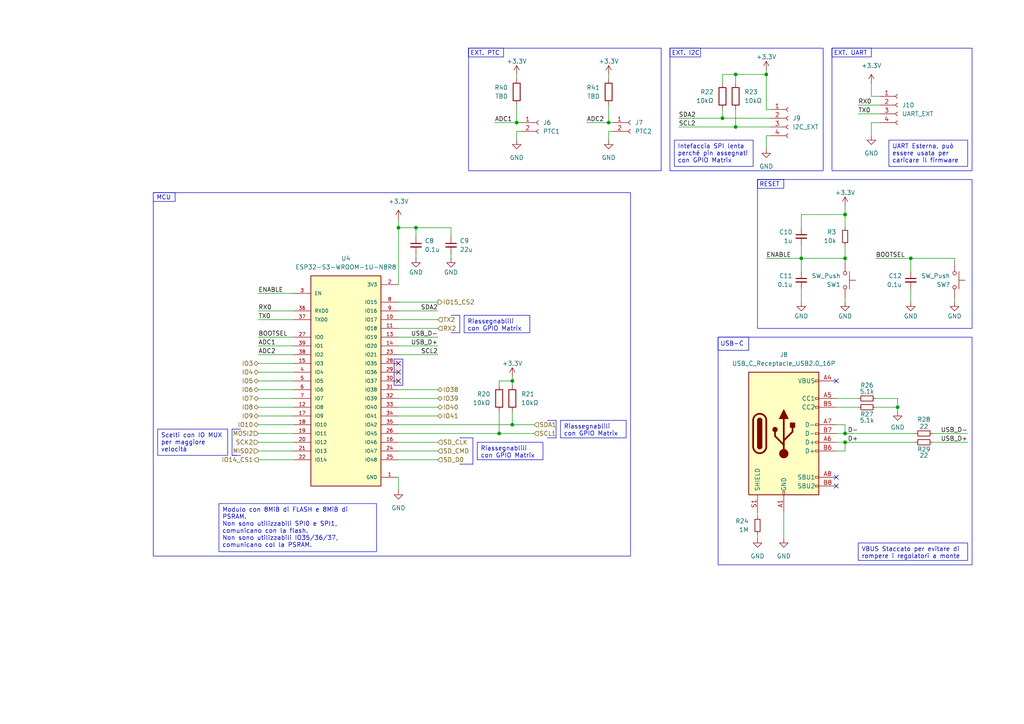
<source format=kicad_sch>
(kicad_sch (version 20250114) (generator "eeschema") (generator_version "9.0")
  (paper "A4")
  (lib_symbols
    (symbol "Connector:Conn_01x02_Socket" (pin_names (offset 1.016) (hide yes))
      (property "Reference" "J" (at 0 2.54 0))
      (property "Value" "Conn_01x02_Socket" (at 0 -5.08 0))
      (symbol "Conn_01x02_Socket_1_1"
        (polyline (pts (xy -1.27 0) (xy -0.508 0)) (stroke (width 0.1524)))
        (polyline (pts (xy -1.27 -2.54) (xy -0.508 -2.54)) (stroke (width 0.1524)))
        (arc (start 0 -0.508) (mid -0.5058 0) (end 0 0.508) (stroke (width 0.1524)))
        (arc (start 0 -3.048) (mid -0.5058 -2.54) (end 0 -2.032) (stroke (width 0.1524)))
        (pin passive line (at -5.08 0 0) (length 3.81) (name "Pin_1") (number "1"))
        (pin passive line (at -5.08 -2.54 0) (length 3.81) (name "Pin_2") (number "2"))
      )
    )
    (symbol "Connector:Conn_01x04_Socket" (pin_names (offset 1.016) (hide yes))
      (property "Reference" "J" (at 0 5.08 0))
      (property "Value" "Conn_01x04_Socket" (at 0 -7.62 0))
      (symbol "Conn_01x04_Socket_1_1"
        (polyline (pts (xy -1.27 2.54) (xy -0.508 2.54)) (stroke (width 0.1524)))
        (polyline (pts (xy -1.27 0) (xy -0.508 0)) (stroke (width 0.1524)))
        (polyline (pts (xy -1.27 -2.54) (xy -0.508 -2.54)) (stroke (width 0.1524)))
        (polyline (pts (xy -1.27 -5.08) (xy -0.508 -5.08)) (stroke (width 0.1524)))
        (arc (start 0 2.032) (mid -0.5058 2.54) (end 0 3.048) (stroke (width 0.1524)))
        (arc (start 0 -0.508) (mid -0.5058 0) (end 0 0.508) (stroke (width 0.1524)))
        (arc (start 0 -3.048) (mid -0.5058 -2.54) (end 0 -2.032) (stroke (width 0.1524)))
        (arc (start 0 -5.588) (mid -0.5058 -5.08) (end 0 -4.572) (stroke (width 0.1524)))
        (pin passive line (at -5.08 2.54 0) (length 3.81) (name "Pin_1") (number "1"))
        (pin passive line (at -5.08 0 0) (length 3.81) (name "Pin_2") (number "2"))
        (pin passive line (at -5.08 -2.54 0) (length 3.81) (name "Pin_3") (number "3"))
        (pin passive line (at -5.08 -5.08 0) (length 3.81) (name "Pin_4") (number "4"))
      )
    )
    (symbol "Connector:USB_C_Receptacle_USB2.0_16P" (pin_names (offset 1.016))
      (property "Reference" "J" (at 0 22.225 0))
      (property "Value" "USB_C_Receptacle_USB2.0_16P" (at 0 19.685 0))
      (symbol "USB_C_Receptacle_USB2.0_16P_0_0"
        (rectangle (start -0.254 -17.78) (end 0.254 -16.764))
        (rectangle (start 10.16 15.494) (end 9.144 14.986))
        (rectangle (start 10.16 10.414) (end 9.144 9.906))
        (rectangle (start 10.16 7.874) (end 9.144 7.366))
        (rectangle (start 10.16 2.794) (end 9.144 2.286))
        (rectangle (start 10.16 0.254) (end 9.144 -0.254))
        (rectangle (start 10.16 -2.286) (end 9.144 -2.794))
        (rectangle (start 10.16 -4.826) (end 9.144 -5.334))
        (rectangle (start 10.16 -12.446) (end 9.144 -12.954))
        (rectangle (start 10.16 -14.986) (end 9.144 -15.494))
      )
      (symbol "USB_C_Receptacle_USB2.0_16P_0_1"
        (rectangle (start -10.16 17.78) (end 10.16 -17.78) (stroke (width 0.254)) (fill (type background)))
        (polyline (pts (xy -8.89 -3.81) (xy -8.89 3.81)) (stroke (width 0.508)))
        (rectangle (start -7.62 -3.81) (end -6.35 3.81) (stroke (width 0.254)) (fill (type outline)))
        (arc (start -7.62 3.81) (mid -6.985 4.4423) (end -6.35 3.81) (stroke (width 0.254)))
        (arc (start -7.62 3.81) (mid -6.985 4.4423) (end -6.35 3.81) (stroke (width 0.254)) (fill (type outline)))
        (arc (start -8.89 3.81) (mid -6.985 5.7067) (end -5.08 3.81) (stroke (width 0.508)))
        (arc (start -5.08 -3.81) (mid -6.985 -5.7067) (end -8.89 -3.81) (stroke (width 0.508)))
        (arc (start -6.35 -3.81) (mid -6.985 -4.4423) (end -7.62 -3.81) (stroke (width 0.254)))
        (arc (start -6.35 -3.81) (mid -6.985 -4.4423) (end -7.62 -3.81) (stroke (width 0.254)) (fill (type outline)))
        (polyline (pts (xy -5.08 3.81) (xy -5.08 -3.81)) (stroke (width 0.508)))
        (circle (center -2.54 1.143) (radius 0.635) (stroke (width 0.254)) (fill (type outline)))
        (polyline (pts (xy -1.27 4.318) (xy 0 6.858) (xy 1.27 4.318) (xy -1.27 4.318)) (stroke (width 0.254)) (fill (type outline)))
        (polyline (pts (xy 0 -2.032) (xy 2.54 0.508) (xy 2.54 1.778)) (stroke (width 0.508)))
        (polyline (pts (xy 0 -3.302) (xy -2.54 -0.762) (xy -2.54 0.508)) (stroke (width 0.508)))
        (polyline (pts (xy 0 -5.842) (xy 0 4.318)) (stroke (width 0.508)))
        (circle (center 0 -5.842) (radius 1.27) (fill (type outline)))
        (rectangle (start 1.905 1.778) (end 3.175 3.048) (stroke (width 0.254)) (fill (type outline)))
      )
      (symbol "USB_C_Receptacle_USB2.0_16P_1_1"
        (pin passive line (at -7.62 -22.86 90) (length 5.08) (name "SHIELD") (number "S1"))
        (pin passive line (at 0 -22.86 90) (length 5.08) (name "GND") (number "A1"))
        (pin passive line (at 0 -22.86 90) (length 5.08) (hide yes) (name "GND") (number "A12"))
        (pin passive line (at 0 -22.86 90) (length 5.08) (hide yes) (name "GND") (number "B1"))
        (pin passive line (at 0 -22.86 90) (length 5.08) (hide yes) (name "GND") (number "B12"))
        (pin passive line (at 15.24 15.24 180) (length 5.08) (name "VBUS") (number "A4"))
        (pin passive line (at 15.24 15.24 180) (length 5.08) (hide yes) (name "VBUS") (number "A9"))
        (pin passive line (at 15.24 15.24 180) (length 5.08) (hide yes) (name "VBUS") (number "B4"))
        (pin passive line (at 15.24 15.24 180) (length 5.08) (hide yes) (name "VBUS") (number "B9"))
        (pin bidirectional line (at 15.24 10.16 180) (length 5.08) (name "CC1") (number "A5"))
        (pin bidirectional line (at 15.24 7.62 180) (length 5.08) (name "CC2") (number "B5"))
        (pin bidirectional line (at 15.24 2.54 180) (length 5.08) (name "D-") (number "A7"))
        (pin bidirectional line (at 15.24 0 180) (length 5.08) (name "D-") (number "B7"))
        (pin bidirectional line (at 15.24 -2.54 180) (length 5.08) (name "D+") (number "A6"))
        (pin bidirectional line (at 15.24 -5.08 180) (length 5.08) (name "D+") (number "B6"))
        (pin bidirectional line (at 15.24 -12.7 180) (length 5.08) (name "SBU1") (number "A8"))
        (pin bidirectional line (at 15.24 -15.24 180) (length 5.08) (name "SBU2") (number "B8"))
      )
    )
    (symbol "Device:C_Small" (pin_numbers (hide yes)) (pin_names (offset 0.254) (hide yes))
      (property "Reference" "C" (at 0.254 1.778 0))
      (property "Value" "C_Small" (at 0.254 -2.032 0))
      (symbol "C_Small_0_1"
        (polyline (pts (xy -1.524 0.508) (xy 1.524 0.508)) (stroke (width 0.3048)))
        (polyline (pts (xy -1.524 -0.508) (xy 1.524 -0.508)) (stroke (width 0.3302)))
      )
      (symbol "C_Small_1_1"
        (pin passive line (at 0 2.54 270) (length 2.032) (name "~") (number "1"))
        (pin passive line (at 0 -2.54 90) (length 2.032) (name "~") (number "2"))
      )
    )
    (symbol "Device:R" (pin_numbers (hide yes)) (pin_names (offset 0))
      (property "Reference" "R" (at 2.032 0 90))
      (property "Value" "R" (at 0 0 90))
      (symbol "R_0_1"
        (rectangle (start -1.016 -2.54) (end 1.016 2.54) (stroke (width 0.254)))
      )
      (symbol "R_1_1"
        (pin passive line (at 0 3.81 270) (length 1.27) (name "~") (number "1"))
        (pin passive line (at 0 -3.81 90) (length 1.27) (name "~") (number "2"))
      )
    )
    (symbol "Device:R_Small" (pin_numbers (hide yes)) (pin_names (offset 0.254) (hide yes))
      (property "Reference" "R" (at 0 0 90))
      (property "Value" "R_Small" (at 1.778 0 90))
      (symbol "R_Small_0_1"
        (rectangle (start -0.762 1.778) (end 0.762 -1.778) (stroke (width 0.2032)))
      )
      (symbol "R_Small_1_1"
        (pin passive line (at 0 2.54 270) (length 0.762) (name "~") (number "1"))
        (pin passive line (at 0 -2.54 90) (length 0.762) (name "~") (number "2"))
      )
    )
    (symbol "ESP32-S3-WROOM-1U-N8R8_1" (pin_names (offset 1.016))
      (property "Reference" "U" (at -10.16 31.242 0))
      (property "Value" "ESP32-S3-WROOM-1U-N8R8" (at -10.16 -33.02 0))
      (symbol "ESP32-S3-WROOM-1U-N8R8_1_0_0"
        (rectangle (start -10.16 -30.48) (end 10.16 30.48) (stroke (width 0.254)) (fill (type background)))
        (pin input line (at -15.24 25.4 0) (length 5.08) (name "EN") (number "3"))
        (pin bidirectional line (at -15.24 20.32 0) (length 5.08) (name "RXD0") (number "36"))
        (pin bidirectional line (at -15.24 17.78 0) (length 5.08) (name "TXD0") (number "37"))
        (pin bidirectional line (at -15.24 12.7 0) (length 5.08) (name "IO0") (number "27"))
        (pin bidirectional line (at -15.24 10.16 0) (length 5.08) (name "IO1") (number "39"))
        (pin bidirectional line (at -15.24 7.62 0) (length 5.08) (name "IO2") (number "38"))
        (pin bidirectional line (at -15.24 5.08 0) (length 5.08) (name "IO3") (number "15"))
        (pin bidirectional line (at -15.24 2.54 0) (length 5.08) (name "IO4") (number "4"))
        (pin bidirectional line (at -15.24 0 0) (length 5.08) (name "IO5") (number "5"))
        (pin bidirectional line (at -15.24 -2.54 0) (length 5.08) (name "IO6") (number "6"))
        (pin bidirectional line (at -15.24 -5.08 0) (length 5.08) (name "IO7") (number "7"))
        (pin bidirectional line (at -15.24 -7.62 0) (length 5.08) (name "IO8") (number "12"))
        (pin bidirectional line (at -15.24 -10.16 0) (length 5.08) (name "IO9") (number "17"))
        (pin bidirectional line (at -15.24 -12.7 0) (length 5.08) (name "IO10") (number "18"))
        (pin bidirectional line (at -15.24 -15.24 0) (length 5.08) (name "IO11") (number "19"))
        (pin bidirectional line (at -15.24 -17.78 0) (length 5.08) (name "IO12") (number "20"))
        (pin bidirectional line (at -15.24 -20.32 0) (length 5.08) (name "IO13") (number "21"))
        (pin bidirectional line (at -15.24 -22.86 0) (length 5.08) (name "IO14") (number "22"))
        (pin power_in line (at 15.24 27.94 180) (length 5.08) (name "3V3") (number "2"))
        (pin bidirectional line (at 15.24 22.86 180) (length 5.08) (name "IO15") (number "8"))
        (pin bidirectional line (at 15.24 20.32 180) (length 5.08) (name "IO16") (number "9"))
        (pin bidirectional line (at 15.24 17.78 180) (length 5.08) (name "IO17") (number "10"))
        (pin bidirectional line (at 15.24 15.24 180) (length 5.08) (name "IO18") (number "11"))
        (pin bidirectional line (at 15.24 12.7 180) (length 5.08) (name "IO19") (number "13"))
        (pin bidirectional line (at 15.24 10.16 180) (length 5.08) (name "IO20") (number "14"))
        (pin bidirectional line (at 15.24 7.62 180) (length 5.08) (name "IO21") (number "23"))
        (pin bidirectional line (at 15.24 5.08 180) (length 5.08) (name "IO35") (number "28"))
        (pin bidirectional line (at 15.24 2.54 180) (length 5.08) (name "IO36") (number "29"))
        (pin bidirectional line (at 15.24 0 180) (length 5.08) (name "IO37") (number "30"))
        (pin bidirectional line (at 15.24 -2.54 180) (length 5.08) (name "IO38") (number "31"))
        (pin bidirectional line (at 15.24 -5.08 180) (length 5.08) (name "IO39") (number "32"))
        (pin bidirectional line (at 15.24 -7.62 180) (length 5.08) (name "IO40") (number "33"))
        (pin bidirectional line (at 15.24 -10.16 180) (length 5.08) (name "IO41") (number "34"))
        (pin bidirectional line (at 15.24 -12.7 180) (length 5.08) (name "IO42") (number "35"))
        (pin bidirectional line (at 15.24 -15.24 180) (length 5.08) (name "IO45") (number "26"))
        (pin bidirectional line (at 15.24 -17.78 180) (length 5.08) (name "IO46") (number "16"))
        (pin bidirectional line (at 15.24 -20.32 180) (length 5.08) (name "IO47") (number "24"))
        (pin bidirectional line (at 15.24 -22.86 180) (length 5.08) (name "IO48") (number "25"))
        (pin power_in line (at 15.24 -27.94 180) (length 5.08) (name "GND") (number "1"))
        (pin power_in line (at 15.24 -27.94 180) (length 5.08) (hide yes) (name "GND") (number "40"))
        (pin power_in line (at 15.24 -27.94 180) (length 5.08) (hide yes) (name "GND") (number "41_1"))
        (pin power_in line (at 15.24 -27.94 180) (length 5.08) (hide yes) (name "GND") (number "41_2"))
        (pin power_in line (at 15.24 -27.94 180) (length 5.08) (hide yes) (name "GND") (number "41_3"))
        (pin power_in line (at 15.24 -27.94 180) (length 5.08) (hide yes) (name "GND") (number "41_4"))
        (pin power_in line (at 15.24 -27.94 180) (length 5.08) (hide yes) (name "GND") (number "41_5"))
        (pin power_in line (at 15.24 -27.94 180) (length 5.08) (hide yes) (name "GND") (number "41_6"))
        (pin power_in line (at 15.24 -27.94 180) (length 5.08) (hide yes) (name "GND") (number "41_7"))
        (pin power_in line (at 15.24 -27.94 180) (length 5.08) (hide yes) (name "GND") (number "41_8"))
        (pin power_in line (at 15.24 -27.94 180) (length 5.08) (hide yes) (name "GND") (number "41_9"))
      )
    )
    (symbol "Switch:SW_Push" (pin_numbers (hide yes)) (pin_names (offset 1.016) (hide yes))
      (property "Reference" "SW" (at 1.27 2.54 0))
      (property "Value" "SW_Push" (at 0 -1.524 0))
      (symbol "SW_Push_0_1"
        (circle (center -2.032 0) (radius 0.508))
        (polyline (pts (xy 0 1.27) (xy 0 3.048)))
        (circle (center 2.032 0) (radius 0.508))
        (polyline (pts (xy 2.54 1.27) (xy -2.54 1.27)))
        (pin passive line (at -5.08 0 0) (length 2.54) (name "1") (number "1"))
        (pin passive line (at 5.08 0 180) (length 2.54) (name "2") (number "2"))
      )
    )
    (symbol "power:+3.3V" (power) (pin_numbers (hide yes)) (pin_names (offset 0) (hide yes))
      (property "Value" "+3.3V" (at 0 3.556 0))
      (symbol "+3.3V_0_1"
        (polyline (pts (xy -0.762 1.27) (xy 0 2.54)))
        (polyline (pts (xy 0 2.54) (xy 0.762 1.27)))
        (polyline (pts (xy 0 0) (xy 0 2.54)))
      )
      (symbol "+3.3V_1_1"
        (pin power_in line (at 0 0 90) (length 0) (name "~") (number "1"))
      )
    )
    (symbol "power:GND" (power) (pin_numbers (hide yes)) (pin_names (offset 0) (hide yes))
      (property "Value" "GND" (at 0 -3.81 0))
      (symbol "GND_0_1"
        (polyline (pts (xy 0 0) (xy 0 -1.27) (xy 1.27 -1.27) (xy 0 -2.54) (xy -1.27 -1.27) (xy 0 -1.27)))
      )
      (symbol "GND_1_1"
        (pin power_in line (at 0 0 270) (length 0) (name "~") (number "1"))
      )
    )
  )
  (rectangle (start 135.89 13.97) (end 146.05 16.51))
  (rectangle (start 241.3 13.97) (end 252.73 16.51))
  (rectangle (start 194.31 13.97) (end 203.2 16.51))
  (rectangle (start 135.89 13.97) (end 191.77 49.53))
  (rectangle (start 44.45 55.88) (end 182.88 161.29))
  (rectangle (start 241.3 13.97) (end 281.94 49.53))
  (rectangle (start 219.71 52.07) (end 227.33 54.61))
  (rectangle (start 219.71 52.07) (end 281.94 95.25))
  (rectangle (start 194.31 13.97) (end 238.76 49.53))
  (rectangle (start 208.28 97.79) (end 281.94 163.83))
  (rectangle (start 208.28 97.79) (end 217.17 101.6))
  (rectangle (start 114.3 104.14) (end 116.84 111.76) (fill (type color) (color 204 102 0 0.15)))
  (rectangle (start 44.45 55.88) (end 50.8 58.42))
  (text "RESET" (at 220.218 53.594 0) (effects (font (size 1.27 1.27)) (justify left)))
  (text "EXT. I2C" (at 194.818 15.494 0) (effects (font (size 1.27 1.27)) (justify left)))
  (text "USB-C" (at 212.344 99.822 0) (effects (font (size 1.27 1.27))))
  (text "MCU" (at 47.498 57.404 0) (effects (font (size 1.27 1.27))))
  (text "EXT. UART" (at 241.808 15.494 0) (effects (font (size 1.27 1.27)) (justify left)))
  (text "EXT. PTC" (at 136.398 15.494 0) (effects (font (size 1.27 1.27)) (justify left)))
  (text_box "UART Esterna, può essere usata per caricare il firmware" (at 257.81 40.64 0) (size 22.86 7.62) (margins 0.9525 0.9525 0.9525 0.9525) (effects (font (size 1.27 1.27)) (justify left top)))
  (text_box "VBUS Staccato per evitare di rompere i regolatori a monte\n" (at 248.92 157.48 0) (size 31.75 5.08) (margins 0.9525 0.9525 0.9525 0.9525) (effects (font (size 1.27 1.27)) (justify left top)))
  (text_box "Riassegnablili con GPIO Matrix" (at 134.62 91.44 0) (size 19.05 5.08) (margins 0.9525 0.9525 0.9525 0.9525) (effects (font (size 1.27 1.27)) (justify left top)))
  (text_box "Intefaccia SPI lenta perché pin assegnati con GPIO Matrix" (at 195.58 40.64 0) (size 22.86 7.62) (margins 0.9525 0.9525 0.9525 0.9525) (effects (font (size 1.27 1.27)) (justify left top)))
  (text_box "Riassegnablili con GPIO Matrix" (at 162.56 121.92 0) (size 19.05 5.08) (margins 0.9525 0.9525 0.9525 0.9525) (effects (font (size 1.27 1.27)) (justify left top)))
  (text_box "Scelti con IO MUX per maggiore velocità" (at 45.72 124.46 0) (size 20.32 7.62) (margins 0.9525 0.9525 0.9525 0.9525) (effects (font (size 1.27 1.27)) (justify left top)))
  (text_box "Riassegnablili con GPIO Matrix" (at 138.43 128.27 0) (size 19.05 5.08) (margins 0.9525 0.9525 0.9525 0.9525) (effects (font (size 1.27 1.27)) (justify left top)))
  (text_box "Modulo con 8MiB di FLASH e 8MiB di PSRAM.\nNon sono utilizzabili SPI0 e SPI1, comunicano con la flash.\nNon sono utilizzabili IO35/36/37, comunicano col la PSRAM.\n" (at 63.5 146.05 0) (size 45.72 13.97) (margins 0.9525 0.9525 0.9525 0.9525) (effects (font (size 1.27 1.27)) (justify left top)))
  (junction (at 264.16 74.93))
  (junction (at 232.41 74.93))
  (junction (at 115.57 66.04))
  (junction (at 149.86 35.56))
  (junction (at 176.53 35.56))
  (junction (at 209.55 34.29))
  (junction (at 213.36 36.83))
  (junction (at 148.59 110.49))
  (junction (at 148.59 123.19))
  (junction (at 245.11 128.27))
  (junction (at 213.36 21.59))
  (junction (at 245.11 62.23))
  (junction (at 260.35 118.11))
  (junction (at 120.65 66.04))
  (junction (at 222.25 21.59))
  (junction (at 245.11 74.93))
  (junction (at 144.78 125.73))
  (junction (at 245.11 125.73))
  (no_connect (at 242.57 110.49))
  (no_connect (at 115.57 110.49))
  (no_connect (at 115.57 105.41))
  (no_connect (at 242.57 138.43))
  (no_connect (at 115.57 107.95))
  (no_connect (at 242.57 140.97))
  (wire (pts (xy 130.81 74.93) (xy 130.81 73.66)))
  (wire (pts (xy 74.93 107.95) (xy 85.09 107.95)))
  (wire (pts (xy 222.25 74.93) (xy 232.41 74.93)))
  (wire (pts (xy 74.93 90.17) (xy 85.09 90.17)))
  (polyline (pts (xy 133.35 134.62) (xy 137.16 134.62)))
  (wire (pts (xy 213.36 21.59) (xy 222.25 21.59)))
  (wire (pts (xy 115.57 125.73) (xy 144.78 125.73)))
  (wire (pts (xy 149.86 30.48) (xy 149.86 35.56)))
  (wire (pts (xy 176.53 38.1) (xy 177.8 38.1)))
  (wire (pts (xy 245.11 62.23) (xy 245.11 66.04)))
  (wire (pts (xy 245.11 125.73) (xy 265.43 125.73)))
  (wire (pts (xy 115.57 120.65) (xy 127 120.65)))
  (wire (pts (xy 115.57 95.25) (xy 127 95.25)))
  (wire (pts (xy 252.73 35.56) (xy 252.73 39.37)))
  (wire (pts (xy 176.53 30.48) (xy 176.53 35.56)))
  (polyline (pts (xy 130.81 91.44) (xy 133.35 91.44)))
  (wire (pts (xy 232.41 74.93) (xy 232.41 78.74)))
  (wire (pts (xy 232.41 62.23) (xy 245.11 62.23)))
  (wire (pts (xy 222.25 21.59) (xy 222.25 20.32)))
  (wire (pts (xy 127 87.63) (xy 115.57 87.63)))
  (wire (pts (xy 149.86 38.1) (xy 149.86 40.64)))
  (wire (pts (xy 213.36 31.75) (xy 213.36 36.83)))
  (wire (pts (xy 245.11 125.73) (xy 245.11 123.19)))
  (wire (pts (xy 242.57 118.11) (xy 248.92 118.11)))
  (wire (pts (xy 74.93 118.11) (xy 85.09 118.11)))
  (wire (pts (xy 222.25 39.37) (xy 222.25 43.18)))
  (wire (pts (xy 176.53 38.1) (xy 176.53 40.64)))
  (wire (pts (xy 115.57 113.03) (xy 127 113.03)))
  (wire (pts (xy 148.59 110.49) (xy 148.59 111.76)))
  (polyline (pts (xy 130.81 96.52) (xy 133.35 96.52)))
  (wire (pts (xy 255.27 27.94) (xy 252.73 27.94)))
  (wire (pts (xy 232.41 71.12) (xy 232.41 74.93)))
  (wire (pts (xy 74.93 110.49) (xy 85.09 110.49)))
  (wire (pts (xy 176.53 35.56) (xy 177.8 35.56)))
  (wire (pts (xy 144.78 110.49) (xy 144.78 111.76)))
  (wire (pts (xy 254 118.11) (xy 260.35 118.11)))
  (wire (pts (xy 252.73 24.13) (xy 252.73 27.94)))
  (wire (pts (xy 248.92 30.48) (xy 255.27 30.48)))
  (wire (pts (xy 276.86 87.63) (xy 276.86 86.36)))
  (wire (pts (xy 120.65 74.93) (xy 120.65 73.66)))
  (wire (pts (xy 74.93 123.19) (xy 85.09 123.19)))
  (wire (pts (xy 245.11 123.19) (xy 242.57 123.19)))
  (wire (pts (xy 222.25 31.75) (xy 222.25 21.59)))
  (wire (pts (xy 74.93 130.81) (xy 85.09 130.81)))
  (wire (pts (xy 242.57 125.73) (xy 245.11 125.73)))
  (wire (pts (xy 213.36 21.59) (xy 213.36 24.13)))
  (wire (pts (xy 74.93 100.33) (xy 85.09 100.33)))
  (polyline (pts (xy 68.58 132.08) (xy 69.85 132.08)))
  (wire (pts (xy 219.71 154.94) (xy 219.71 156.21)))
  (wire (pts (xy 232.41 66.04) (xy 232.41 62.23)))
  (wire (pts (xy 245.11 74.93) (xy 245.11 76.2)))
  (polyline (pts (xy 137.16 127) (xy 137.16 134.62)))
  (wire (pts (xy 120.65 66.04) (xy 130.81 66.04)))
  (wire (pts (xy 242.57 115.57) (xy 248.92 115.57)))
  (polyline (pts (xy 68.58 124.46) (xy 67.31 124.46)))
  (wire (pts (xy 260.35 115.57) (xy 260.35 118.11)))
  (wire (pts (xy 115.57 92.71) (xy 127 92.71)))
  (wire (pts (xy 245.11 71.12) (xy 245.11 74.93)))
  (wire (pts (xy 209.55 21.59) (xy 209.55 24.13)))
  (wire (pts (xy 74.93 115.57) (xy 85.09 115.57)))
  (wire (pts (xy 115.57 130.81) (xy 127 130.81)))
  (wire (pts (xy 115.57 123.19) (xy 148.59 123.19)))
  (wire (pts (xy 170.18 35.56) (xy 176.53 35.56)))
  (wire (pts (xy 264.16 74.93) (xy 276.86 74.93)))
  (wire (pts (xy 115.57 90.17) (xy 127 90.17)))
  (wire (pts (xy 255.27 35.56) (xy 252.73 35.56)))
  (wire (pts (xy 245.11 128.27) (xy 242.57 128.27)))
  (wire (pts (xy 74.93 85.09) (xy 85.09 85.09)))
  (wire (pts (xy 148.59 123.19) (xy 154.94 123.19)))
  (wire (pts (xy 196.85 34.29) (xy 209.55 34.29)))
  (wire (pts (xy 115.57 115.57) (xy 127 115.57)))
  (wire (pts (xy 219.71 149.86) (xy 219.71 148.59)))
  (polyline (pts (xy 67.31 132.08) (xy 68.58 132.08)))
  (wire (pts (xy 144.78 125.73) (xy 154.94 125.73)))
  (wire (pts (xy 148.59 110.49) (xy 144.78 110.49)))
  (wire (pts (xy 260.35 118.11) (xy 260.35 119.38)))
  (polyline (pts (xy 158.75 121.92) (xy 161.29 121.92)))
  (wire (pts (xy 74.93 102.87) (xy 85.09 102.87)))
  (wire (pts (xy 254 115.57) (xy 260.35 115.57)))
  (wire (pts (xy 148.59 109.22) (xy 148.59 110.49)))
  (wire (pts (xy 223.52 39.37) (xy 222.25 39.37)))
  (wire (pts (xy 74.93 125.73) (xy 85.09 125.73)))
  (wire (pts (xy 276.86 74.93) (xy 276.86 76.2)))
  (wire (pts (xy 196.85 36.83) (xy 213.36 36.83)))
  (wire (pts (xy 264.16 74.93) (xy 264.16 78.74)))
  (wire (pts (xy 115.57 66.04) (xy 120.65 66.04)))
  (wire (pts (xy 223.52 31.75) (xy 222.25 31.75)))
  (wire (pts (xy 227.33 148.59) (xy 227.33 156.21)))
  (wire (pts (xy 232.41 83.82) (xy 232.41 87.63)))
  (wire (pts (xy 74.93 128.27) (xy 85.09 128.27)))
  (wire (pts (xy 115.57 66.04) (xy 115.57 63.5)))
  (wire (pts (xy 245.11 59.69) (xy 245.11 62.23)))
  (wire (pts (xy 242.57 130.81) (xy 245.11 130.81)))
  (wire (pts (xy 148.59 119.38) (xy 148.59 123.19)))
  (wire (pts (xy 74.93 120.65) (xy 85.09 120.65)))
  (wire (pts (xy 85.09 97.79) (xy 74.93 97.79)))
  (wire (pts (xy 115.57 100.33) (xy 127 100.33)))
  (wire (pts (xy 245.11 87.63) (xy 245.11 86.36)))
  (polyline (pts (xy 67.31 132.08) (xy 68.58 132.08)))
  (wire (pts (xy 264.16 83.82) (xy 264.16 87.63)))
  (polyline (pts (xy 67.31 124.46) (xy 67.31 132.08)))
  (wire (pts (xy 270.51 125.73) (xy 280.67 125.73)))
  (wire (pts (xy 74.93 133.35) (xy 85.09 133.35)))
  (wire (pts (xy 115.57 97.79) (xy 127 97.79)))
  (wire (pts (xy 115.57 138.43) (xy 115.57 142.24)))
  (wire (pts (xy 209.55 34.29) (xy 223.52 34.29)))
  (wire (pts (xy 115.57 118.11) (xy 127 118.11)))
  (wire (pts (xy 213.36 36.83) (xy 223.52 36.83)))
  (wire (pts (xy 209.55 31.75) (xy 209.55 34.29)))
  (polyline (pts (xy 68.58 124.46) (xy 69.85 124.46)))
  (wire (pts (xy 130.81 68.58) (xy 130.81 66.04)))
  (wire (pts (xy 143.51 35.56) (xy 149.86 35.56)))
  (wire (pts (xy 254 74.93) (xy 264.16 74.93)))
  (wire (pts (xy 248.92 33.02) (xy 255.27 33.02)))
  (wire (pts (xy 176.53 21.59) (xy 176.53 22.86)))
  (wire (pts (xy 245.11 130.81) (xy 245.11 128.27)))
  (wire (pts (xy 115.57 133.35) (xy 127 133.35)))
  (wire (pts (xy 270.51 128.27) (xy 280.67 128.27)))
  (wire (pts (xy 232.41 74.93) (xy 245.11 74.93)))
  (wire (pts (xy 115.57 102.87) (xy 127 102.87)))
  (polyline (pts (xy 133.35 91.44) (xy 133.35 96.52)))
  (wire (pts (xy 115.57 128.27) (xy 127 128.27)))
  (wire (pts (xy 245.11 128.27) (xy 265.43 128.27)))
  (wire (pts (xy 149.86 35.56) (xy 151.13 35.56)))
  (wire (pts (xy 74.93 92.71) (xy 85.09 92.71)))
  (polyline (pts (xy 158.75 127) (xy 161.29 127)))
  (wire (pts (xy 209.55 21.59) (xy 213.36 21.59)))
  (wire (pts (xy 74.93 105.41) (xy 85.09 105.41)))
  (wire (pts (xy 149.86 38.1) (xy 151.13 38.1)))
  (wire (pts (xy 74.93 113.03) (xy 85.09 113.03)))
  (wire (pts (xy 115.57 82.55) (xy 115.57 66.04)))
  (wire (pts (xy 149.86 21.59) (xy 149.86 22.86)))
  (polyline (pts (xy 161.29 121.92) (xy 161.29 127)))
  (polyline (pts (xy 133.35 127) (xy 137.16 127)))
  (wire (pts (xy 120.65 68.58) (xy 120.65 66.04)))
  (wire (pts (xy 144.78 119.38) (xy 144.78 125.73)))
  (label "TX0" (at 248.92 33.02 0))
  (label "BOOTSEL" (at 254 74.93 0))
  (label "ADC1" (at 143.51 35.56 0))
  (label "BOOTSEL" (at 74.93 97.79 0))
  (label "ADC1" (at 74.93 100.33 0))
  (label "ENABLE" (at 74.93 85.09 0))
  (label "USB_D-" (at 127 97.79 180))
  (label "SDA2" (at 127 90.17 180))
  (label "SCL2" (at 196.85 36.83 0))
  (label "TX0" (at 74.93 92.71 0))
  (label "SDA2" (at 196.85 34.29 0))
  (label "USB_D+" (at 127 100.33 180))
  (label "ADC2" (at 170.18 35.56 0))
  (label "RX0" (at 248.92 30.48 0))
  (label "D-" (at 248.92 125.73 180))
  (label "ADC2" (at 74.93 102.87 0))
  (label "SCL2" (at 127 102.87 180))
  (label "D+" (at 248.92 128.27 180))
  (label "USB_D+" (at 280.67 128.27 180))
  (label "ENABLE" (at 222.25 74.93 0))
  (label "USB_D-" (at 280.67 125.73 180))
  (label "RX0" (at 74.93 90.17 0))
  (hierarchical_label "IO40" (shape bidirectional) (at 127 118.11 0))
  (hierarchical_label "IO41" (shape bidirectional) (at 127 120.65 0))
  (hierarchical_label "IO4" (shape bidirectional) (at 74.93 107.95 180))
  (hierarchical_label "IO39" (shape bidirectional) (at 127 115.57 0))
  (hierarchical_label "IO7" (shape bidirectional) (at 74.93 115.57 180))
  (hierarchical_label "SD_D0" (shape input) (at 127 133.35 0))
  (hierarchical_label "SCK2" (shape input) (at 74.93 128.27 180))
  (hierarchical_label "MOSI2" (shape input) (at 74.93 125.73 180))
  (hierarchical_label "SCL1" (shape input) (at 154.94 125.73 0))
  (hierarchical_label "IO10" (shape bidirectional) (at 74.93 123.19 180))
  (hierarchical_label "IO3" (shape bidirectional) (at 74.93 105.41 180))
  (hierarchical_label "IO6" (shape bidirectional) (at 74.93 113.03 180))
  (hierarchical_label "IO5" (shape bidirectional) (at 74.93 110.49 180))
  (hierarchical_label "IO38" (shape bidirectional) (at 127 113.03 0))
  (hierarchical_label "IO9" (shape bidirectional) (at 74.93 120.65 180))
  (hierarchical_label "TX2" (shape input) (at 127 92.71 0))
  (hierarchical_label "IO14_CS1" (shape output) (at 74.93 133.35 180))
  (hierarchical_label "RX2" (shape input) (at 127 95.25 0))
  (hierarchical_label "SD_CLK" (shape input) (at 127 128.27 0))
  (hierarchical_label "IO15_CS2" (shape output) (at 127 87.63 0))
  (hierarchical_label "SD_CMD" (shape input) (at 127 130.81 0))
  (hierarchical_label "IO8" (shape bidirectional) (at 74.93 118.11 180))
  (hierarchical_label "SDA1" (shape input) (at 154.94 123.19 0))
  (hierarchical_label "MISO2" (shape input) (at 74.93 130.81 180))
  (symbol (lib_id "power:GND") (at 219.71 156.21 0) (unit 1)
    (property "Reference" "#PWR065" (effects (hide yes)))
    (property "Value" "GND" (at 219.71 161.29 0))
    (property "Description" "Power symbol creates a global label with name \"GND\" , ground" (effects (hide yes)))
  )
  (symbol (lib_id "power:GND") (at 245.11 87.63 0) (mirror y) (unit 1)
    (property "Reference" "#PWR071" (effects (hide yes)))
    (property "Value" "GND" (at 245.11 91.694 0))
    (property "Description" "Power symbol creates a global label with name \"GND\" , ground" (effects (hide yes)))
  )
  (symbol (lib_id "Device:R_Small") (at 251.46 115.57 270) (mirror x) (unit 1)
    (property "Reference" "R26" (at 251.46 111.76 90))
    (property "Value" "5.1k" (at 251.46 113.538 90))
    (property "Footprint" "Resistor_SMD:R_0603_1608Metric_Pad0.98x0.95mm_HandSolder" (effects (hide yes)))
    (property "Description" "Resistor, small symbol" (effects (hide yes)))
  )
  (symbol (lib_id "power:+3.3V") (at 252.73 24.13 0) (mirror y) (unit 1)
    (property "Reference" "#PWR072" (effects (hide yes)))
    (property "Value" "+3.3V" (at 252.73 19.05 0))
    (property "Description" "Power symbol creates a global label with name \"+3.3V\"" (effects (hide yes)))
  )
  (symbol (lib_id "Device:C_Small") (at 120.65 71.12 0) (unit 1)
    (property "Reference" "C8" (at 123.19 69.8562 0) (effects (justify left)))
    (property "Value" "0.1u" (at 123.19 72.3962 0) (effects (justify left)))
    (property "Footprint" "Capacitor_SMD:C_0603_1608Metric_Pad1.08x0.95mm_HandSolder" (effects (hide yes)))
    (property "Description" "Unpolarized capacitor, small symbol" (effects (hide yes)))
  )
  (symbol (lib_id "power:+3.3V") (at 148.59 109.22 0) (unit 1)
    (property "Reference" "#PWR062" (effects (hide yes)))
    (property "Value" "+3.3V" (at 148.59 105.41 0))
    (property "Description" "Power symbol creates a global label with name \"+3.3V\"" (effects (hide yes)))
  )
  (symbol (lib_id "Switch:SW_Push") (at 276.86 81.28 270) (unit 1)
    (property "Reference" "SW?" (at 275.59 82.5501 90) (effects (justify right)))
    (property "Value" "SW_Push" (at 275.59 80.0101 90) (effects (justify right)))
    (property "Footprint" "Buttons:C4B1802110" (effects (hide yes)))
    (property "Description" "Push button switch, generic, two pins" (effects (hide yes)))
  )
  (symbol (lib_id "Connector:USB_C_Receptacle_USB2.0_16P") (at 227.33 125.73 0) (unit 1)
    (property "Reference" "J8" (at 227.33 102.87 0))
    (property "Value" "USB_C_Receptacle_USB2.0_16P" (at 227.33 105.41 0))
    (property "Footprint" "Connector_USB:USB_C_Receptacle_G-Switch_GT-USB-7010ASV" (effects (hide yes)))
    (property "Datasheet" "https://www.usb.org/sites/default/files/documents/usb_type-c.zip" (effects (hide yes)))
    (property "Description" "USB 2.0-only 16P Type-C Receptacle connector" (effects (hide yes)))
  )
  (symbol (lib_id "Device:C_Small") (at 264.16 81.28 0) (mirror y) (unit 1)
    (property "Reference" "C12" (at 261.62 80.0162 0) (effects (justify left)))
    (property "Value" "0.1u" (at 261.62 82.5562 0) (effects (justify left)))
    (property "Footprint" "Capacitor_SMD:C_0603_1608Metric_Pad1.08x0.95mm_HandSolder" (effects (hide yes)))
    (property "Description" "Unpolarized capacitor, small symbol" (effects (hide yes)))
  )
  (symbol (lib_id "power:GND") (at 276.86 87.63 0) (unit 1)
    (property "Reference" "#PWR?" (effects (hide yes)))
    (property "Value" "GND" (at 274.828 91.694 0) (effects (justify left)))
    (property "Description" "Power symbol creates a global label with name \"GND\" , ground" (effects (hide yes)))
  )
  (symbol (lib_id "power:GND") (at 264.16 87.63 0) (unit 1)
    (property "Reference" "#PWR075" (effects (hide yes)))
    (property "Value" "GND" (at 262.128 91.694 0) (effects (justify left)))
    (property "Description" "Power symbol creates a global label with name \"GND\" , ground" (effects (hide yes)))
  )
  (symbol (lib_id "Device:R_Small") (at 267.97 128.27 90) (mirror x) (unit 1)
    (property "Reference" "R29" (at 267.97 130.302 90))
    (property "Value" "22" (at 267.97 132.08 90))
    (property "Footprint" "Resistor_SMD:R_0603_1608Metric_Pad0.98x0.95mm_HandSolder" (effects (hide yes)))
    (property "Description" "Resistor, small symbol" (effects (hide yes)))
  )
  (symbol (lib_id "Device:C_Small") (at 232.41 68.58 0) (mirror y) (unit 1)
    (property "Reference" "C10" (at 229.87 67.3162 0) (effects (justify left)))
    (property "Value" "1u" (at 229.87 69.8562 0) (effects (justify left)))
    (property "Footprint" "Capacitor_SMD:C_0603_1608Metric_Pad1.08x0.95mm_HandSolder" (effects (hide yes)))
    (property "Description" "Unpolarized capacitor, small symbol" (effects (hide yes)))
  )
  (symbol (lib_name "ESP32-S3-WROOM-1U-N8R8_1") (lib_id "ESP32-S3-WROOM-1U-N8R8:ESP32-S3-WROOM-1U-N8R8") (at 100.33 110.49 0) (unit 1)
    (property "Reference" "U4" (at 100.33 74.93 0))
    (property "Value" "ESP32-S3-WROOM-1U-N8R8" (at 100.33 77.47 0))
    (property "Footprint" "ESP32:XCVR_ESP32-S3-WROOM-1U-N8R8" (effects (hide yes)))
    (property "MF" "Espressif Systems" (effects (hide yes)))
    (property "MAXIMUM_PACKAGE_HEIGHT" "3.35mm" (effects (hide yes)))
    (property "Package" "SMD-41 Espressif Systems" (effects (hide yes)))
    (property "Price" "None" (effects (hide yes)))
    (property "Check_prices" "https://www.snapeda.com/parts/ESP32-S3-WROOM-1U-N8R8/Espressif+Systems/view-part/?ref=eda" (effects (hide yes)))
    (property "STANDARD" "Manufacturer Recommendations" (effects (hide yes)))
    (property "PARTREV" "v1.1" (effects (hide yes)))
    (property "SnapEDA_Link" "https://www.snapeda.com/parts/ESP32-S3-WROOM-1U-N8R8/Espressif+Systems/view-part/?ref=snap" (effects (hide yes)))
    (property "MP" "ESP32-S3-WROOM-1U-N8R8" (effects (hide yes)))
    (property "Description_1" "Bluetooth, WiFi 802.11b/g/n, Bluetooth v5.0 Transceiver Module 2.4GHz Antenna Not Included, U.FL Surface Mount" (effects (hide yes)))
    (property "Availability" "In Stock" (effects (hide yes)))
    (property "MANUFACTURER" "Espressif Systems" (effects (hide yes)))
  )
  (symbol (lib_id "Device:R") (at 213.36 27.94 180) (unit 1)
    (property "Reference" "R23" (at 215.9 26.6699 0) (effects (justify right)))
    (property "Value" "10kΩ" (at 215.9 29.2099 0) (effects (justify right)))
    (property "Footprint" "Resistor_SMD:R_0603_1608Metric_Pad0.98x0.95mm_HandSolder" (effects (hide yes)))
    (property "Description" "Resistor" (effects (hide yes)))
  )
  (symbol (lib_id "power:GND") (at 222.25 43.18 0) (unit 1)
    (property "Reference" "#PWR067" (effects (hide yes)))
    (property "Value" "GND" (at 222.25 48.26 0))
    (property "Description" "Power symbol creates a global label with name \"GND\" , ground" (effects (hide yes)))
  )
  (symbol (lib_id "power:+3.3V") (at 115.57 63.5 0) (mirror y) (unit 1)
    (property "Reference" "#PWR058" (effects (hide yes)))
    (property "Value" "+3.3V" (at 115.57 58.42 0))
    (property "Description" "Power symbol creates a global label with name \"+3.3V\"" (effects (hide yes)))
  )
  (symbol (lib_id "power:+3.3V") (at 245.11 59.69 0) (unit 1)
    (property "Reference" "#PWR070" (effects (hide yes)))
    (property "Value" "+3.3V" (at 245.11 55.88 0))
    (property "Description" "Power symbol creates a global label with name \"+3.3V\"" (effects (hide yes)))
  )
  (symbol (lib_id "power:GND") (at 130.81 74.93 0) (unit 1)
    (property "Reference" "#PWR061" (effects (hide yes)))
    (property "Value" "GND" (at 130.81 78.994 0))
    (property "Description" "Power symbol creates a global label with name \"GND\" , ground" (effects (hide yes)))
  )
  (symbol (lib_id "power:+3.3V") (at 149.86 21.59 0) (unit 1)
    (property "Reference" "#PWR095" (effects (hide yes)))
    (property "Value" "+3.3V" (at 149.86 17.78 0))
    (property "Description" "Power symbol creates a global label with name \"+3.3V\"" (effects (hide yes)))
  )
  (symbol (lib_id "Device:R") (at 176.53 26.67 0) (mirror x) (unit 1)
    (property "Reference" "R41" (at 173.99 25.3999 0) (effects (justify right)))
    (property "Value" "TBD" (at 173.99 27.9399 0) (effects (justify right)))
    (property "Footprint" "Resistor_SMD:R_0603_1608Metric_Pad0.98x0.95mm_HandSolder" (effects (hide yes)))
    (property "Description" "Resistor" (effects (hide yes)))
  )
  (symbol (lib_id "Device:R_Small") (at 251.46 118.11 90) (mirror x) (unit 1)
    (property "Reference" "R27" (at 251.46 120.142 90))
    (property "Value" "5.1k" (at 251.46 121.92 90))
    (property "Footprint" "Resistor_SMD:R_0603_1608Metric_Pad0.98x0.95mm_HandSolder" (effects (hide yes)))
    (property "Description" "Resistor, small symbol" (effects (hide yes)))
  )
  (symbol (lib_id "Device:R_Small") (at 219.71 152.4 0) (unit 1)
    (property "Reference" "R24" (at 217.17 151.1299 0) (effects (justify right)))
    (property "Value" "1M" (at 217.17 153.6699 0) (effects (justify right)))
    (property "Footprint" "Resistor_SMD:R_0603_1608Metric_Pad0.98x0.95mm_HandSolder" (effects (hide yes)))
    (property "Description" "Resistor, small symbol" (effects (hide yes)))
  )
  (symbol (lib_id "power:GND") (at 115.57 142.24 0) (unit 1)
    (property "Reference" "#PWR059" (effects (hide yes)))
    (property "Value" "GND" (at 115.57 147.32 0))
    (property "Description" "Power symbol creates a global label with name \"GND\" , ground" (effects (hide yes)))
  )
  (symbol (lib_id "Connector:Conn_01x02_Socket") (at 156.21 35.56 0) (unit 1)
    (property "Reference" "J6" (at 157.48 35.5599 0) (effects (justify left)))
    (property "Value" "PTC1" (at 157.48 38.0999 0) (effects (justify left)))
    (property "Footprint" "Connector_JST:JST_PH_B2B-PH-K_1x02_P2.00mm_Vertical" (effects (hide yes)))
    (property "Description" "Generic connector, single row, 01x02, script generated" (effects (hide yes)))
  )
  (symbol (lib_id "power:+3.3V") (at 222.25 20.32 0) (unit 1)
    (property "Reference" "#PWR066" (effects (hide yes)))
    (property "Value" "+3.3V" (at 222.25 16.51 0))
    (property "Description" "Power symbol creates a global label with name \"+3.3V\"" (effects (hide yes)))
  )
  (symbol (lib_id "Device:R") (at 148.59 115.57 180) (unit 1)
    (property "Reference" "R21" (at 151.13 114.2999 0) (effects (justify right)))
    (property "Value" "10kΩ" (at 151.13 116.8399 0) (effects (justify right)))
    (property "Footprint" "Resistor_SMD:R_0603_1608Metric_Pad0.98x0.95mm_HandSolder" (effects (hide yes)))
    (property "Description" "Resistor" (effects (hide yes)))
  )
  (symbol (lib_id "power:GND") (at 149.86 40.64 0) (unit 1)
    (property "Reference" "#PWR063" (effects (hide yes)))
    (property "Value" "GND" (at 149.86 45.72 0))
    (property "Description" "Power symbol creates a global label with name \"GND\" , ground" (effects (hide yes)))
  )
  (symbol (lib_id "power:GND") (at 227.33 156.21 0) (unit 1)
    (property "Reference" "#PWR068" (effects (hide yes)))
    (property "Value" "GND" (at 227.33 161.29 0))
    (property "Description" "Power symbol creates a global label with name \"GND\" , ground" (effects (hide yes)))
  )
  (symbol (lib_id "power:GND") (at 260.35 119.38 0) (unit 1)
    (property "Reference" "#PWR074" (effects (hide yes)))
    (property "Value" "GND" (at 260.35 123.952 0))
    (property "Description" "Power symbol creates a global label with name \"GND\" , ground" (effects (hide yes)))
  )
  (symbol (lib_id "power:GND") (at 252.73 39.37 0) (unit 1)
    (property "Reference" "#PWR073" (effects (hide yes)))
    (property "Value" "GND" (at 252.73 44.45 0))
    (property "Description" "Power symbol creates a global label with name \"GND\" , ground" (effects (hide yes)))
  )
  (symbol (lib_id "Device:R_Small") (at 267.97 125.73 90) (unit 1)
    (property "Reference" "R28" (at 267.97 121.666 90))
    (property "Value" "22" (at 267.97 123.698 90))
    (property "Footprint" "Resistor_SMD:R_0603_1608Metric_Pad0.98x0.95mm_HandSolder" (effects (hide yes)))
    (property "Description" "Resistor, small symbol" (effects (hide yes)))
  )
  (symbol (lib_id "Device:R") (at 144.78 115.57 0) (mirror x) (unit 1)
    (property "Reference" "R20" (at 142.24 114.2999 0) (effects (justify right)))
    (property "Value" "10kΩ" (at 142.24 116.8399 0) (effects (justify right)))
    (property "Footprint" "Resistor_SMD:R_0603_1608Metric_Pad0.98x0.95mm_HandSolder" (effects (hide yes)))
    (property "Description" "Resistor" (effects (hide yes)))
  )
  (symbol (lib_id "power:GND") (at 232.41 87.63 0) (mirror y) (unit 1)
    (property "Reference" "#PWR069" (effects (hide yes)))
    (property "Value" "GND" (at 232.41 91.694 0))
    (property "Description" "Power symbol creates a global label with name \"GND\" , ground" (effects (hide yes)))
  )
  (symbol (lib_id "Connector:Conn_01x04_Socket") (at 260.35 30.48 0) (unit 1)
    (property "Reference" "J10" (at 261.62 30.4799 0) (effects (justify left)))
    (property "Value" "UART_EXT" (at 261.62 33.0199 0) (effects (justify left)))
    (property "Footprint" "Connector_JST:JST_PH_B4B-PH-K_1x04_P2.00mm_Vertical" (effects (hide yes)))
    (property "Description" "Generic connector, single row, 01x04, script generated" (effects (hide yes)))
  )
  (symbol (lib_id "Connector:Conn_01x02_Socket") (at 182.88 35.56 0) (unit 1)
    (property "Reference" "J7" (at 184.15 35.5599 0) (effects (justify left)))
    (property "Value" "PTC2" (at 184.15 38.0999 0) (effects (justify left)))
    (property "Footprint" "Connector_JST:JST_PH_B2B-PH-K_1x02_P2.00mm_Vertical" (effects (hide yes)))
    (property "Description" "Generic connector, single row, 01x02, script generated" (effects (hide yes)))
  )
  (symbol (lib_id "Connector:Conn_01x04_Socket") (at 228.6 34.29 0) (unit 1)
    (property "Reference" "J9" (at 229.87 34.2899 0) (effects (justify left)))
    (property "Value" "I2C_EXT" (at 229.87 36.8299 0) (effects (justify left)))
    (property "Footprint" "Connector_JST:JST_PH_B4B-PH-K_1x04_P2.00mm_Vertical" (effects (hide yes)))
    (property "Description" "Generic connector, single row, 01x04, script generated" (effects (hide yes)))
  )
  (symbol (lib_id "Device:C_Small") (at 130.81 71.12 0) (unit 1)
    (property "Reference" "C9" (at 133.35 69.8562 0) (effects (justify left)))
    (property "Value" "22u" (at 133.35 72.3962 0) (effects (justify left)))
    (property "Footprint" "Capacitor_SMD:C_0603_1608Metric_Pad1.08x0.95mm_HandSolder" (effects (hide yes)))
    (property "Description" "Unpolarized capacitor, small symbol" (effects (hide yes)))
  )
  (symbol (lib_id "Device:R") (at 209.55 27.94 0) (mirror x) (unit 1)
    (property "Reference" "R22" (at 207.01 26.6699 0) (effects (justify right)))
    (property "Value" "10kΩ" (at 207.01 29.2099 0) (effects (justify right)))
    (property "Footprint" "Resistor_SMD:R_0603_1608Metric_Pad0.98x0.95mm_HandSolder" (effects (hide yes)))
    (property "Description" "Resistor" (effects (hide yes)))
  )
  (symbol (lib_id "power:GND") (at 120.65 74.93 0) (unit 1)
    (property "Reference" "#PWR060" (effects (hide yes)))
    (property "Value" "GND" (at 120.65 78.994 0))
    (property "Description" "Power symbol creates a global label with name \"GND\" , ground" (effects (hide yes)))
  )
  (symbol (lib_id "Device:R_Small") (at 245.11 68.58 0) (mirror x) (unit 1)
    (property "Reference" "R3" (at 242.57 67.3099 0) (effects (justify right)))
    (property "Value" "10k" (at 242.57 69.8499 0) (effects (justify right)))
    (property "Footprint" "Resistor_SMD:R_0603_1608Metric_Pad0.98x0.95mm_HandSolder" (effects (hide yes)))
    (property "Description" "Resistor, small symbol" (effects (hide yes)))
  )
  (symbol (lib_id "power:GND") (at 176.53 40.64 0) (unit 1)
    (property "Reference" "#PWR064" (effects (hide yes)))
    (property "Value" "GND" (at 176.53 45.72 0))
    (property "Description" "Power symbol creates a global label with name \"GND\" , ground" (effects (hide yes)))
  )
  (symbol (lib_id "Switch:SW_Push") (at 245.11 81.28 270) (unit 1)
    (property "Reference" "SW1" (at 243.84 82.5501 90) (effects (justify right)))
    (property "Value" "SW_Push" (at 243.84 80.0101 90) (effects (justify right)))
    (property "Footprint" "Buttons:C4B1802110" (effects (hide yes)))
    (property "Description" "Push button switch, generic, two pins" (effects (hide yes)))
  )
  (symbol (lib_id "power:+3.3V") (at 176.53 21.59 0) (unit 1)
    (property "Reference" "#PWR096" (effects (hide yes)))
    (property "Value" "+3.3V" (at 176.53 17.78 0))
    (property "Description" "Power symbol creates a global label with name \"+3.3V\"" (effects (hide yes)))
  )
  (symbol (lib_id "Device:R") (at 149.86 26.67 0) (mirror x) (unit 1)
    (property "Reference" "R40" (at 147.32 25.3999 0) (effects (justify right)))
    (property "Value" "TBD" (at 147.32 27.9399 0) (effects (justify right)))
    (property "Footprint" "Resistor_SMD:R_0603_1608Metric_Pad0.98x0.95mm_HandSolder" (effects (hide yes)))
    (property "Description" "Resistor" (effects (hide yes)))
  )
  (symbol (lib_id "Device:C_Small") (at 232.41 81.28 0) (mirror y) (unit 1)
    (property "Reference" "C11" (at 229.87 80.0162 0) (effects (justify left)))
    (property "Value" "0.1u" (at 229.87 82.5562 0) (effects (justify left)))
    (property "Footprint" "Capacitor_SMD:C_0603_1608Metric_Pad1.08x0.95mm_HandSolder" (effects (hide yes)))
    (property "Description" "Unpolarized capacitor, small symbol" (effects (hide yes)))
  )
)
</source>
